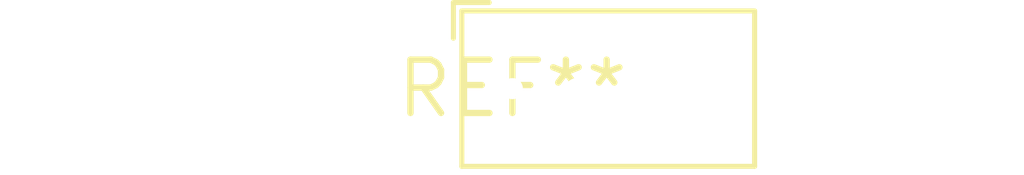
<source format=kicad_pcb>
(kicad_pcb (version 20240108) (generator pcbnew)
  (layers (0 "F.Cu" signal) (31 "B.Cu" signal) (34 "B.Paste" user) (35 "F.Paste" user) (36 "B.SilkS" user "B.Silkscreen") (37 "F.SilkS" user "F.Silkscreen") (38 "B.Mask" user) (39 "F.Mask" user) (44 "Edge.Cuts" user))
  (net 0 "")
  (footprint "Relay_StandexMeder_UMS" (layer "F.Cu") (at 0 0)
    (property "Reference" "REF**")
    (property "Value" "Relay_StandexMeder_UMS")
    (fp_line (start -1.4 -2.05) (end -0.55 -2.05) (layer "F.SilkS") (stroke (width 0.12)))
    (fp_line (start -1.4 -1.2) (end -1.4 -2.05) (layer "F.SilkS") (stroke (width 0.12)))
    (fp_line (start -1.2 -1.85) (end 5.75 -1.85) (layer "F.SilkS") (stroke (width 0.12)))
    (fp_line (start -1.2 1.85) (end -1.2 -1.85) (layer "F.SilkS") (stroke (width 0.12)))
    (fp_line (start 5.75 -1.85) (end 5.75 1.85) (layer "F.SilkS") (stroke (width 0.12)))
    (fp_line (start 5.75 1.85) (end -1.2 1.85) (layer "F.SilkS") (stroke (width 0.12)))
    (pad "1" thru_hole rect (at 0 0) (size 1 1) (drill 0.5) (layers *.Cu *.Mask) (remove_unused_layers))
    (pad "2" thru_hole circle (at 1.52 0) (size 1 1) (drill 0.5) (layers *.Cu *.Mask) (remove_unused_layers))
    (pad "3" thru_hole circle (at 3.04 0) (size 1 1) (drill 0.5) (layers *.Cu *.Mask) (remove_unused_layers))
    (pad "4" thru_hole circle (at 4.56 0) (size 1 1) (drill 0.5) (layers *.Cu *.Mask) (remove_unused_layers))
  )
)
</source>
